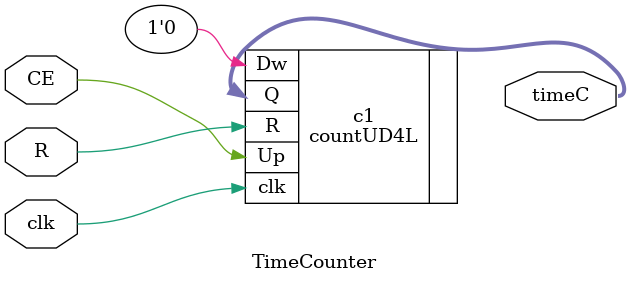
<source format=v>
`timescale 1ns / 1ps


module TimeCounter(
    input clk,
    input CE,
    input R,
    output [3:0] timeC
    );
    
    countUD4L c1 (.clk(clk), .R(R), .Up(CE), .Dw(1'b0), .Q(timeC));
endmodule

</source>
